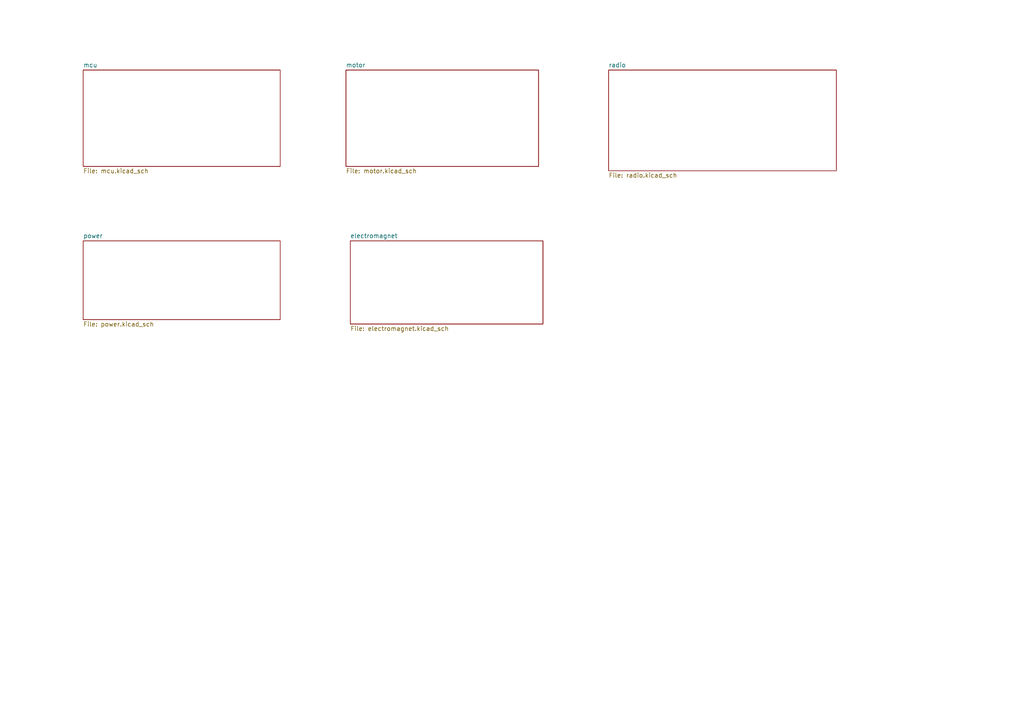
<source format=kicad_sch>
(kicad_sch
	(version 20231120)
	(generator "eeschema")
	(generator_version "8.0")
	(uuid "aba2230e-80ca-41f8-a78f-a68ad044f9a5")
	(paper "A4")
	(title_block
		(title "sumbersible")
		(date "2024-07-16")
		(rev "1")
	)
	(lib_symbols)
	(sheet
		(at 24.13 69.85)
		(size 57.15 22.86)
		(fields_autoplaced yes)
		(stroke
			(width 0.1524)
			(type solid)
		)
		(fill
			(color 0 0 0 0.0000)
		)
		(uuid "2700eb3f-a209-43ae-889c-058ebf494c7c")
		(property "Sheetname" "power"
			(at 24.13 69.1384 0)
			(effects
				(font
					(size 1.27 1.27)
				)
				(justify left bottom)
			)
		)
		(property "Sheetfile" "power.kicad_sch"
			(at 24.13 93.2946 0)
			(effects
				(font
					(size 1.27 1.27)
				)
				(justify left top)
			)
		)
		(instances
			(project "sub"
				(path "/aba2230e-80ca-41f8-a78f-a68ad044f9a5"
					(page "5")
				)
			)
		)
	)
	(sheet
		(at 24.13 20.32)
		(size 57.15 27.94)
		(fields_autoplaced yes)
		(stroke
			(width 0.1524)
			(type solid)
		)
		(fill
			(color 0 0 0 0.0000)
		)
		(uuid "5fbd2258-129b-4941-ab1b-b7cfedce7c9d")
		(property "Sheetname" "mcu"
			(at 24.13 19.6084 0)
			(effects
				(font
					(size 1.27 1.27)
				)
				(justify left bottom)
			)
		)
		(property "Sheetfile" "mcu.kicad_sch"
			(at 24.13 48.8446 0)
			(effects
				(font
					(size 1.27 1.27)
				)
				(justify left top)
			)
		)
		(instances
			(project "sub"
				(path "/aba2230e-80ca-41f8-a78f-a68ad044f9a5"
					(page "2")
				)
			)
		)
	)
	(sheet
		(at 176.53 20.32)
		(size 66.04 29.21)
		(fields_autoplaced yes)
		(stroke
			(width 0.1524)
			(type solid)
		)
		(fill
			(color 0 0 0 0.0000)
		)
		(uuid "9adeb370-0f8d-4058-9f16-ee34d985fe43")
		(property "Sheetname" "radio"
			(at 176.53 19.6084 0)
			(effects
				(font
					(size 1.27 1.27)
				)
				(justify left bottom)
			)
		)
		(property "Sheetfile" "radio.kicad_sch"
			(at 176.53 50.1146 0)
			(effects
				(font
					(size 1.27 1.27)
				)
				(justify left top)
			)
		)
		(instances
			(project "sub"
				(path "/aba2230e-80ca-41f8-a78f-a68ad044f9a5"
					(page "4")
				)
			)
		)
	)
	(sheet
		(at 100.33 20.32)
		(size 55.88 27.94)
		(fields_autoplaced yes)
		(stroke
			(width 0.1524)
			(type solid)
		)
		(fill
			(color 0 0 0 0.0000)
		)
		(uuid "aeaf3417-24d2-4820-9901-d03786019a83")
		(property "Sheetname" "motor"
			(at 100.33 19.6084 0)
			(effects
				(font
					(size 1.27 1.27)
				)
				(justify left bottom)
			)
		)
		(property "Sheetfile" "motor.kicad_sch"
			(at 100.33 48.8446 0)
			(effects
				(font
					(size 1.27 1.27)
				)
				(justify left top)
			)
		)
		(instances
			(project "sub"
				(path "/aba2230e-80ca-41f8-a78f-a68ad044f9a5"
					(page "3")
				)
			)
		)
	)
	(sheet
		(at 101.6 69.85)
		(size 55.88 24.13)
		(fields_autoplaced yes)
		(stroke
			(width 0.1524)
			(type solid)
		)
		(fill
			(color 0 0 0 0.0000)
		)
		(uuid "ba1d19a3-3ba6-428d-840f-5e7632c6e9e5")
		(property "Sheetname" "electromagnet"
			(at 101.6 69.1384 0)
			(effects
				(font
					(size 1.27 1.27)
				)
				(justify left bottom)
			)
		)
		(property "Sheetfile" "electromagnet.kicad_sch"
			(at 101.6 94.5646 0)
			(effects
				(font
					(size 1.27 1.27)
				)
				(justify left top)
			)
		)
		(instances
			(project "sub"
				(path "/aba2230e-80ca-41f8-a78f-a68ad044f9a5"
					(page "6")
				)
			)
		)
	)
	(sheet_instances
		(path "/"
			(page "1")
		)
	)
)

</source>
